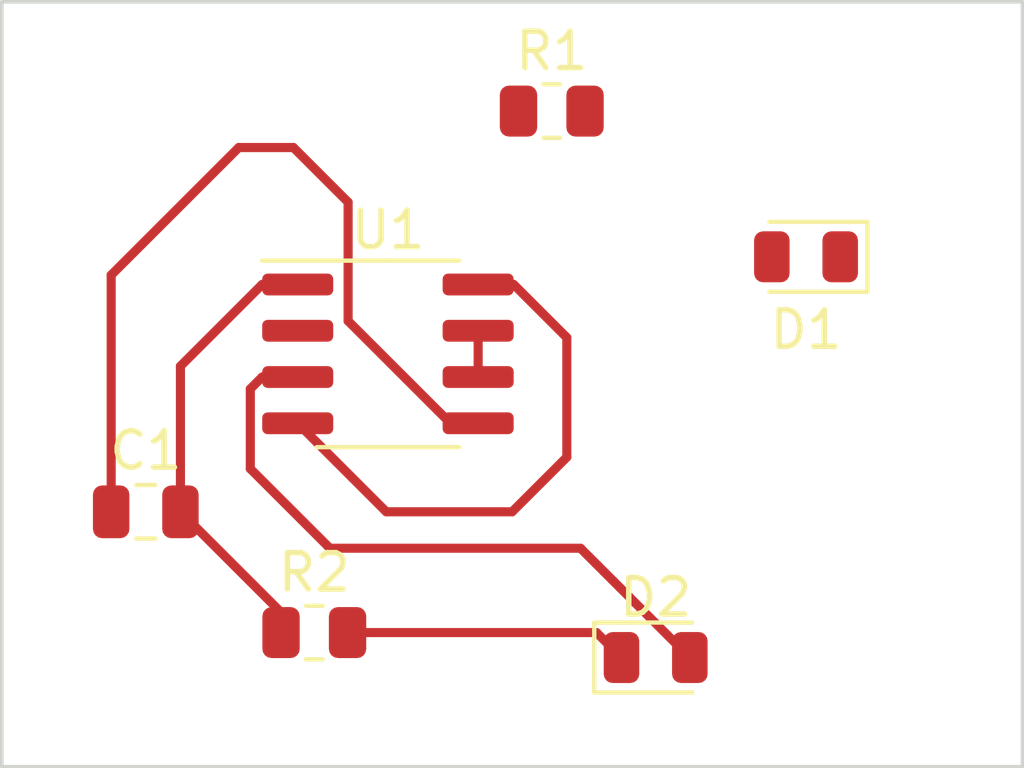
<source format=kicad_pcb>
(kicad_pcb (version 20240108) (generator "pcbnew") (generator_version "8.0")
  (layers (0 "F.Cu" signal) (31 "B.Cu" signal) (34 "B.Paste" user) (35 "F.Paste" user) (36 "B.SilkS" user "B.Silkscreen") (37 "F.SilkS" user "F.Silkscreen") (38 "B.Mask" user) (39 "F.Mask" user) (44 "Edge.Cuts" user))
  (net 0 "")
  (net 1 "Net-(U1-CV)")
  (net 2 "GND")
  (net 3 "Net-(D1-K)")
  (net 4 "Net-(D1-A)")
  (net 5 "Net-(D2-K)")
  (net 6 "VCC")
  (net 8 "Net-(U1-DIS)")
  (footprint "Capacitor_SMD:C_0805_2012Metric" (layer "F.Cu") (at 19.95 28)
    (property "Reference" "C1" (at 0 -1.68 0) (layer "F.SilkS"))
    (property "Value" "C")
    (fp_line (start -0.261252 -0.735) (end 0.261252 -0.735) (stroke (width 0.12)) (layer "F.SilkS"))
    (fp_line (start -0.261252 0.735) (end 0.261252 0.735) (stroke (width 0.12)) (layer "F.SilkS"))
    (pad "1" smd roundrect (at -0.95 0) (size 1 1.45) (layers "F.Cu" "F.Paste" "F.Mask") (net 1 "Net-(U1-CV)"))
    (pad "2" smd roundrect (at 0.95 0) (size 1 1.45) (layers "F.Cu" "F.Paste" "F.Mask") (net 2 "GND"))
  )
  (footprint "Resistor_SMD:R_0805_2012Metric" (layer "F.Cu") (at 31.0875 17)
    (property "Reference" "R1" (at 0 -1.65 0) (layer "F.SilkS"))
    (property "Value" "R")
    (fp_line (start -0.227064 -0.735) (end 0.227064 -0.735) (stroke (width 0.12)) (layer "F.SilkS"))
    (fp_line (start -0.227064 0.735) (end 0.227064 0.735) (stroke (width 0.12)) (layer "F.SilkS"))
    (pad "1" smd roundrect (at -0.9125 0) (size 1.025 1.4) (layers "F.Cu" "F.Paste" "F.Mask") (roundrect_rratio 0.243902) (net 4 "Net-(D1-A)"))
    (pad "2" smd roundrect (at 0.9125 0) (size 1.025 1.4) (layers "F.Cu" "F.Paste" "F.Mask") (roundrect_rratio 0.243902) (net 6 "VCC"))
  )
  (footprint "Package_SO:SOIC-8_3.9x4.9mm_P1.27mm" (layer "F.Cu") (at 26.5925 23.665)
    (property "Reference" "U1" (at 0 -3.4 0) (layer "F.SilkS"))
    (property "Value" "LM555xM")
    (fp_line (start 0 -2.56) (end -3.45 -2.56) (stroke (width 0.12)) (layer "F.SilkS"))
    (fp_line (start 0 -2.56) (end 1.95 -2.56) (stroke (width 0.12)) (layer "F.SilkS"))
    (fp_line (start 0 2.56) (end -1.95 2.56) (stroke (width 0.12)) (layer "F.SilkS"))
    (fp_line (start 0 2.56) (end 1.95 2.56) (stroke (width 0.12)) (layer "F.SilkS"))
    (pad "1" smd roundrect (at -2.475 -1.905) (size 1.95 0.6) (layers "F.Cu" "F.Paste" "F.Mask") (net 2 "GND"))
    (pad "2" smd roundrect (at -2.475 -0.635) (size 1.95 0.6) (layers "F.Cu" "F.Paste" "F.Mask"))
    (pad "3" smd roundrect (at -2.475 0.635) (size 1.95 0.6) (layers "F.Cu" "F.Paste" "F.Mask") (net 3 "Net-(D1-K)"))
    (pad "4" smd roundrect (at -2.475 1.905) (size 1.95 0.6) (layers "F.Cu" "F.Paste" "F.Mask") (net 6 "VCC"))
    (pad "5" smd roundrect (at 2.475 1.905) (size 1.95 0.6) (layers "F.Cu" "F.Paste" "F.Mask") (net 1 "Net-(U1-CV)"))
    (pad "6" smd roundrect (at 2.475 0.635) (size 1.95 0.6) (layers "F.Cu" "F.Paste" "F.Mask") (net 8 "Net-(U1-DIS)"))
    (pad "7" smd roundrect (at 2.475 -0.635) (size 1.95 0.6) (layers "F.Cu" "F.Paste" "F.Mask") (net 8 "Net-(U1-DIS)"))
    (pad "8" smd roundrect (at 2.475 -1.905) (size 1.95 0.6) (layers "F.Cu" "F.Paste" "F.Mask") (net 6 "VCC"))
  )
  (footprint "Resistor_SMD:R_0805_2012Metric" (layer "F.Cu") (at 24.5725 31.315)
    (property "Reference" "R2" (at 0 -1.65 0) (layer "F.SilkS"))
    (property "Value" "R")
    (fp_line (start -0.227064 -0.735) (end 0.227064 -0.735) (stroke (width 0.12)) (layer "F.SilkS"))
    (fp_line (start -0.227064 0.735) (end 0.227064 0.735) (stroke (width 0.12)) (layer "F.SilkS"))
    (pad "1" smd roundrect (at -0.9125 0) (size 1.025 1.4) (layers "F.Cu" "F.Paste" "F.Mask") (roundrect_rratio 0.243902) (net 2 "GND"))
    (pad "2" smd roundrect (at 0.9125 0) (size 1.025 1.4) (layers "F.Cu" "F.Paste" "F.Mask") (roundrect_rratio 0.243902) (net 5 "Net-(D2-K)"))
  )
  (footprint "LED_SMD:LED_0805_2012Metric" (layer "F.Cu") (at 33.9375 32)
    (property "Reference" "D2" (at 0 -1.65 0) (layer "F.SilkS"))
    (property "Value" "LED")
    (fp_line (start -1.685 -0.96) (end -1.685 0.96) (stroke (width 0.12)) (layer "F.SilkS"))
    (fp_line (start -1.685 0.96) (end 1 0.96) (stroke (width 0.12)) (layer "F.SilkS"))
    (fp_line (start 1 -0.96) (end -1.685 -0.96) (stroke (width 0.12)) (layer "F.SilkS"))
    (pad "1" smd roundrect (at -0.9375 0) (size 0.975 1.4) (layers "F.Cu" "F.Paste" "F.Mask") (net 5 "Net-(D2-K)"))
    (pad "2" smd roundrect (at 0.9375 0) (size 0.975 1.4) (layers "F.Cu" "F.Paste" "F.Mask") (net 3 "Net-(D1-K)"))
  )
  (footprint "LED_SMD:LED_0805_2012Metric" (layer "F.Cu") (at 38.0625 21 180)
    (property "Reference" "D1" (at 0 -2 0) (layer "F.SilkS"))
    (property "Value" "LED")
    (fp_line (start 1 -0.96) (end -1.685 -0.96) (stroke (width 0.12)) (layer "F.SilkS"))
    (fp_line (start -1.685 0.96) (end 1 0.96) (stroke (width 0.12)) (layer "F.SilkS"))
    (fp_line (start -1.685 -0.96) (end -1.685 0.96) (stroke (width 0.12)) (layer "F.SilkS"))
    (pad "1" smd roundrect (at -0.9375 0 180) (size 0.975 1.4) (layers "F.Cu" "F.Paste" "F.Mask") (net 3 "Net-(D1-K)"))
    (pad "2" smd roundrect (at 0.9375 0 180) (size 0.975 1.4) (layers "F.Cu" "F.Paste" "F.Mask") (net 4 "Net-(D1-A)"))
  )
  (gr_rect (start 16 14) (end 44 35) (stroke (width 0.1)) (fill none) (layer "Edge.Cuts"))
  (segment (start 29.0675 25.57) (end 28.308408 25.57) (width 0.25) (layer "F.Cu") (net 1))
  (segment (start 25.5 22.761592) (end 25.5 19.5) (width 0.25) (layer "F.Cu") (net 1))
  (segment (start 19 21.5) (end 19 28) (width 0.25) (layer "F.Cu") (net 1))
  (segment (start 28.308408 25.57) (end 25.5 22.761592) (width 0.25) (layer "F.Cu") (net 1))
  (segment (start 22.5 18) (end 19 21.5) (width 0.25) (layer "F.Cu") (net 1))
  (segment (start 24 18) (end 22.5 18) (width 0.25) (layer "F.Cu") (net 1))
  (segment (start 25.5 19.5) (end 24 18) (width 0.25) (layer "F.Cu") (net 1))
  (segment (start 20.9 28) (end 23.66 30.76) (width 0.25) (layer "F.Cu") (net 2))
  (segment (start 20.9 28) (end 20.9 24.002501) (width 0.25) (layer "F.Cu") (net 2))
  (segment (start 23.66 30.76) (end 23.66 31.315) (width 0.25) (layer "F.Cu") (net 2))
  (segment (start 23.142501 21.76) (end 24.1175 21.76) (width 0.25) (layer "F.Cu") (net 2))
  (segment (start 20.9 24.002501) (end 23.142501 21.76) (width 0.25) (layer "F.Cu") (net 2))
  (segment (start 25 29) (end 31.875 29) (width 0.25) (layer "F.Cu") (net 3))
  (segment (start 22.8175 26.8175) (end 25 29) (width 0.25) (layer "F.Cu") (net 3))
  (segment (start 22.8175 24.625001) (end 22.8175 26.8175) (width 0.25) (layer "F.Cu") (net 3))
  (segment (start 23.142501 24.3) (end 22.8175 24.625001) (width 0.25) (layer "F.Cu") (net 3))
  (segment (start 31.875 29) (end 34.875 32) (width 0.25) (layer "F.Cu") (net 3))
  (segment (start 24.1175 24.3) (end 23.142501 24.3) (width 0.25) (layer "F.Cu") (net 3))
  (segment (start 32.315 31.315) (end 33 32) (width 0.25) (layer "F.Cu") (net 5))
  (segment (start 25.485 31.315) (end 32.315 31.315) (width 0.25) (layer "F.Cu") (net 5))
  (segment (start 26.5475 28) (end 24.1175 25.57) (width 0.25) (layer "F.Cu") (net 6))
  (segment (start 31.5 23.217501) (end 31.5 26.5) (width 0.25) (layer "F.Cu") (net 6))
  (segment (start 30.042499 21.76) (end 31.5 23.217501) (width 0.25) (layer "F.Cu") (net 6))
  (segment (start 30 28) (end 26.5475 28) (width 0.25) (layer "F.Cu") (net 6))
  (segment (start 31.5 26.5) (end 30 28) (width 0.25) (layer "F.Cu") (net 6))
  (segment (start 29.0675 21.76) (end 30.042499 21.76) (width 0.25) (layer "F.Cu") (net 6))
  (segment (start 29.0675 23.03) (end 29.0675 24.3) (width 0.25) (layer "F.Cu") (net 8))
)
</source>
